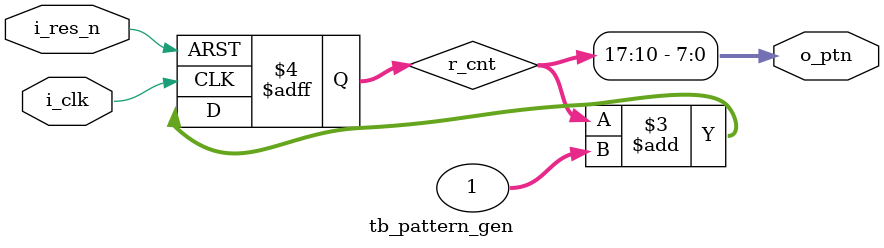
<source format=v>
/*============================================================================*/
/*
 * @file    tb_pattern_gen.v
 * @brief   Test pattern generator
 * @note    
 * @date    2020/11/28
 * @author  kingyo
 */
/*============================================================================*/
`timescale 1ns / 100ps

module tb_pattern_gen (
    input   wire            i_clk,
    input   wire            i_res_n,
    output  wire    [7:0]   o_ptn
);
    parameter LSB_POS = 10;

    reg     [31:0]  r_cnt;
    always @(posedge i_clk or negedge i_res_n) begin
        if (~i_res_n) begin
            r_cnt <= 32'd0;
        end else begin
            r_cnt <= r_cnt + 32'd1;
        end
    end

    assign o_ptn[7:0] = r_cnt[LSB_POS + 7:LSB_POS];

endmodule

</source>
